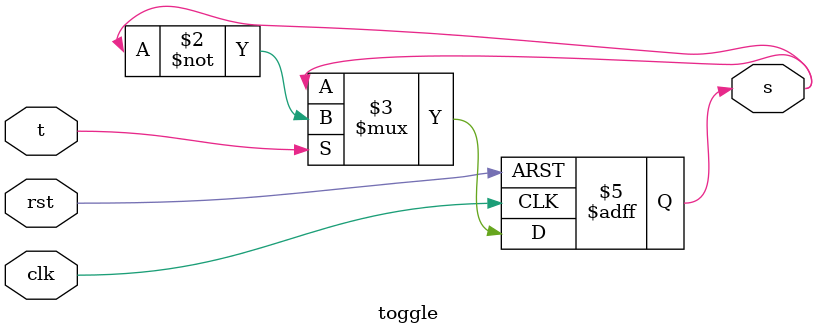
<source format=v>
module toggle (
	input clk, rst, t,
	output reg s
);
	//reg s;

	always@ (posedge clk, posedge rst)
		if(rst) s <= 1'b0;
		else if(t) s <= ~s;
endmodule
</source>
